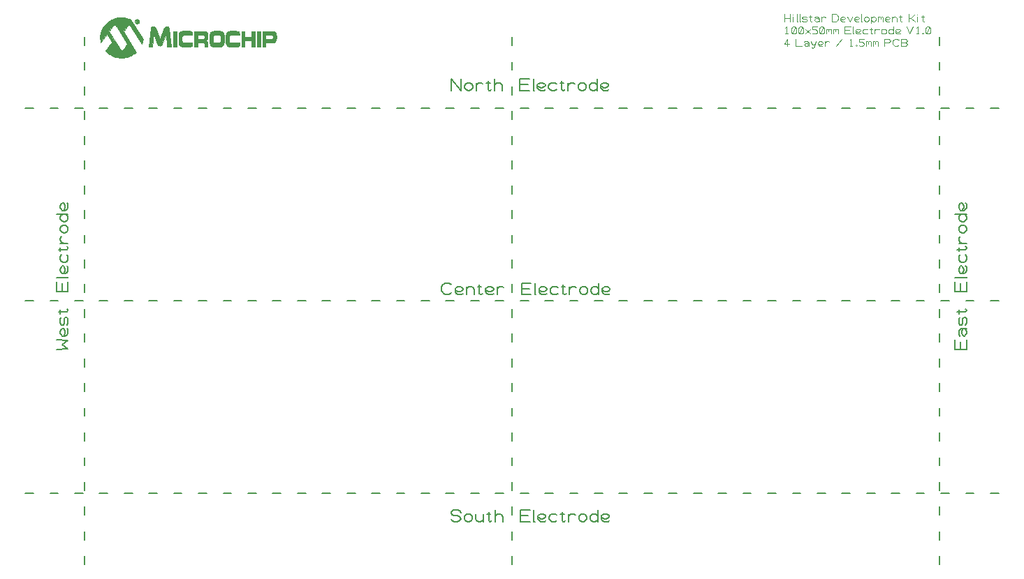
<source format=gbr>
G04 GENERATED BY PULSONIX 7.0 GERBER.DLL 4573*
%INHILLSTAR_100X50_EL_4LAYER_V1_0*%
%LNGERBER_SILKSCREEN_TOP*%
%FSLAX33Y33*%
%IPPOS*%
%LPD*%
%OFA0B0*%
%MOMM*%
%ADD20C,0.200*%
%ADD21C,0.125*%
%ADD24C,0.010*%
X0Y0D02*
D02*
D20*
X68034Y105000D02*
X69034D01*
X71034D02*
X72034D01*
X74034D02*
X75034D01*
X77034D02*
X78034D01*
X80034D02*
X81034D01*
X83034D02*
X84034D01*
X86034D02*
X87034D01*
X89034D02*
X90034D01*
X92034D02*
X93034D01*
X95034D02*
X96034D01*
X98034D02*
X99034D01*
X101034D02*
X102034D01*
X104034D02*
X105034D01*
X107034D02*
X108034D01*
X110034D02*
X111034D01*
X113034D02*
X114034D01*
X116034D02*
X117034D01*
X119034D02*
X120034D01*
X122034D02*
X123034D01*
X125034D02*
X126034D01*
X128034D02*
X129034D01*
X131034D02*
X132034D01*
X134034D02*
X135034D01*
X137034D02*
X138034D01*
X140034D02*
X141034D01*
X143034D02*
X144034D01*
X146034D02*
X147034D01*
X149034D02*
X150034D01*
X152034D02*
X153034D01*
X155034D02*
X156034D01*
X158034D02*
X159034D01*
X161034D02*
X162034D01*
X164034D02*
X165034D01*
X167034D02*
X168034D01*
X170034D02*
X171034D01*
X173034D02*
X174034D01*
X176034D02*
X177034D01*
X179034D02*
X180034D01*
X182034D02*
X183034D01*
X185034D02*
X186034D01*
X68034Y128400D02*
X69034D01*
X71034D02*
X72034D01*
X74034D02*
X75034D01*
X77034D02*
X78034D01*
X80034D02*
X81034D01*
X83034D02*
X84034D01*
X86034D02*
X87034D01*
X89034D02*
X90034D01*
X92034D02*
X93034D01*
X95034D02*
X96034D01*
X98034D02*
X99034D01*
X101034D02*
X102034D01*
X104034D02*
X105034D01*
X107034D02*
X108034D01*
X110034D02*
X111034D01*
X113034D02*
X114034D01*
X116034D02*
X117034D01*
X119034D02*
X120034D01*
X122034D02*
X123034D01*
X125034D02*
X126034D01*
X128034D02*
X129034D01*
X131034D02*
X132034D01*
X134034D02*
X135034D01*
X137034D02*
X138034D01*
X140034D02*
X141034D01*
X143034D02*
X144034D01*
X146034D02*
X147034D01*
X149034D02*
X150034D01*
X152034D02*
X153034D01*
X155034D02*
X156034D01*
X158034D02*
X159034D01*
X161034D02*
X162034D01*
X164034D02*
X165034D01*
X167034D02*
X168034D01*
X170034D02*
X171034D01*
X173034D02*
X174034D01*
X176034D02*
X177034D01*
X179034D02*
X180034D01*
X182034D02*
X183034D01*
X185034D02*
X186034D01*
X68034Y151800D02*
X69034D01*
X71034D02*
X72034D01*
X74034D02*
X75034D01*
X77034D02*
X78034D01*
X80034D02*
X81034D01*
X83034D02*
X84034D01*
X86034D02*
X87034D01*
X89034D02*
X90034D01*
X92034D02*
X93034D01*
X95034D02*
X96034D01*
X98034D02*
X99034D01*
X101034D02*
X102034D01*
X104034D02*
X105034D01*
X107034D02*
X108034D01*
X110034D02*
X111034D01*
X113034D02*
X114034D01*
X116034D02*
X117034D01*
X119034D02*
X120034D01*
X122034D02*
X123034D01*
X125034D02*
X126034D01*
X128034D02*
X129034D01*
X131034D02*
X132034D01*
X134034D02*
X135034D01*
X137034D02*
X138034D01*
X140034D02*
X141034D01*
X143034D02*
X144034D01*
X146034D02*
X147034D01*
X149034D02*
X150034D01*
X152034D02*
X153034D01*
X155034D02*
X156034D01*
X158034D02*
X159034D01*
X161034D02*
X162034D01*
X164034D02*
X165034D01*
X167034D02*
X168034D01*
X170034D02*
X171034D01*
X173034D02*
X174034D01*
X176034D02*
X177034D01*
X179034D02*
X180034D01*
X182034D02*
X183034D01*
X185034D02*
X186034D01*
X71819Y122490D02*
X73231Y122608D01*
X72525Y123078*
X73231Y123549*
X71819Y123666*
X73113Y125051D02*
X73231Y124934D01*
Y124698*
Y124463*
X73113Y124228*
X72878Y124110*
X72525*
X72407Y124228*
X72290Y124463*
Y124698*
X72407Y124934*
X72525Y125051*
X72643*
X72760Y124934*
X72878Y124698*
Y124463*
X72760Y124228*
X72643Y124110*
X73113Y125470D02*
X73231Y125705D01*
Y126176*
X73113Y126411*
X72878*
X72760Y126176*
Y125705*
X72643Y125470*
X72407*
X72290Y125705*
Y126176*
X72407Y126411*
X72290Y126830D02*
X72290Y127301D01*
X72054Y127065D02*
X73113Y127065D01*
X73231Y127183*
Y127301*
X73113Y127418*
X73231Y129550D02*
X71819Y129550D01*
Y130726*
X72525Y130491D02*
X72525Y129550D01*
X73231D02*
X73231Y130726D01*
Y131288D02*
X73231Y131170D01*
X71819*
X73113Y132611D02*
X73231Y132494D01*
Y132258*
Y132023*
X73113Y131788*
X72878Y131670*
X72525*
X72407Y131788*
X72290Y132023*
Y132258*
X72407Y132494*
X72525Y132611*
X72643*
X72760Y132494*
X72878Y132258*
Y132023*
X72760Y131788*
X72643Y131670*
X72407Y133971D02*
X72290Y133736D01*
Y133383*
X72407Y133148*
X72643Y133030*
X72878*
X73113Y133148*
X73231Y133383*
Y133736*
X73113Y133971*
X72290Y134390D02*
X72290Y134861D01*
X72054Y134625D02*
X73113Y134625D01*
X73231Y134743*
Y134861*
X73113Y134978*
X73231Y135390D02*
X72290Y135390D01*
X72643D02*
X72407Y135508D01*
X72290Y135743*
Y135978*
X72407Y136214*
X72878Y136630D02*
X73113Y136748D01*
X73231Y136983*
Y137218*
X73113Y137454*
X72878Y137571*
X72643*
X72407Y137454*
X72290Y137218*
Y136983*
X72407Y136748*
X72643Y136630*
X72878*
X72643Y138931D02*
X72407Y138814D01*
X72290Y138578*
Y138343*
X72407Y138108*
X72643Y137990*
X72878*
X73113Y138108*
X73231Y138343*
Y138578*
X73113Y138814*
X72878Y138931*
X73231D02*
X71819Y138931D01*
X73113Y140291D02*
X73231Y140174D01*
Y139938*
Y139703*
X73113Y139468*
X72878Y139350*
X72525*
X72407Y139468*
X72290Y139703*
Y139938*
X72407Y140174*
X72525Y140291*
X72643*
X72760Y140174*
X72878Y139938*
Y139703*
X72760Y139468*
X72643Y139350*
X75234Y96400D02*
Y97400D01*
Y99400D02*
Y100400D01*
Y102400D02*
Y103400D01*
Y105400D02*
Y106400D01*
Y108400D02*
Y109400D01*
Y111400D02*
Y112400D01*
Y114400D02*
Y115400D01*
Y117400D02*
Y118400D01*
Y120400D02*
Y121400D01*
Y123400D02*
Y124400D01*
Y126400D02*
Y127400D01*
Y129400D02*
Y130400D01*
Y132400D02*
Y133400D01*
Y135400D02*
Y136400D01*
Y138400D02*
Y139400D01*
Y141400D02*
Y142400D01*
Y144400D02*
Y145400D01*
Y147400D02*
Y148400D01*
Y150400D02*
Y151400D01*
Y153400D02*
Y154400D01*
Y156400D02*
Y157400D01*
Y159400D02*
Y160400D01*
X127034Y96400D02*
Y97400D01*
Y99400D02*
Y100400D01*
Y102400D02*
Y103400D01*
Y105400D02*
Y106400D01*
Y108400D02*
Y109400D01*
Y111400D02*
Y112400D01*
Y114400D02*
Y115400D01*
Y117400D02*
Y118400D01*
Y120400D02*
Y121400D01*
Y123400D02*
Y124400D01*
Y126400D02*
Y127400D01*
Y129400D02*
Y130400D01*
Y132400D02*
Y133400D01*
Y135400D02*
Y136400D01*
Y138400D02*
Y139400D01*
Y141400D02*
Y142400D01*
Y144400D02*
Y145400D01*
Y147400D02*
Y148400D01*
Y150400D02*
Y151400D01*
Y153400D02*
Y154400D01*
Y156400D02*
Y157400D01*
Y159400D02*
Y160400D01*
X119700Y129388D02*
X119583Y129271D01*
X119347Y129153*
X118994*
X118759Y129271*
X118641Y129388*
X118524Y129624*
Y130094*
X118641Y130329*
X118759Y130447*
X118994Y130565*
X119347*
X119583Y130447*
X119700Y130329*
X121085Y129271D02*
X120967Y129153D01*
X120732*
X120497*
X120261Y129271*
X120144Y129506*
Y129859*
X120261Y129976*
X120497Y130094*
X120732*
X120967Y129976*
X121085Y129859*
Y129741*
X120967Y129624*
X120732Y129506*
X120497*
X120261Y129624*
X120144Y129741*
X121504Y129153D02*
X121504Y130094D01*
Y129741D02*
X121621Y129976D01*
X121857Y130094*
X122092*
X122327Y129976*
X122445Y129741*
Y129153*
X122864Y130094D02*
X123334Y130094D01*
X123099Y130329D02*
X123099Y129271D01*
X123217Y129153*
X123334*
X123452Y129271*
X124805D02*
X124687Y129153D01*
X124452*
X124217*
X123981Y129271*
X123864Y129506*
Y129859*
X123981Y129976*
X124217Y130094*
X124452*
X124687Y129976*
X124805Y129859*
Y129741*
X124687Y129624*
X124452Y129506*
X124217*
X123981Y129624*
X123864Y129741*
X125224Y129153D02*
X125224Y130094D01*
Y129741D02*
X125341Y129976D01*
X125577Y130094*
X125812*
X126047Y129976*
X128184Y129153D02*
X128184Y130565D01*
X129360*
X129125Y129859D02*
X128184Y129859D01*
Y129153D02*
X129360Y129153D01*
X129921D02*
X129804Y129153D01*
Y130565*
X131245Y129271D02*
X131127Y129153D01*
X130892*
X130657*
X130421Y129271*
X130304Y129506*
Y129859*
X130421Y129976*
X130657Y130094*
X130892*
X131127Y129976*
X131245Y129859*
Y129741*
X131127Y129624*
X130892Y129506*
X130657*
X130421Y129624*
X130304Y129741*
X132605Y129976D02*
X132370Y130094D01*
X132017*
X131781Y129976*
X131664Y129741*
Y129506*
X131781Y129271*
X132017Y129153*
X132370*
X132605Y129271*
X133024Y130094D02*
X133494Y130094D01*
X133259Y130329D02*
X133259Y129271D01*
X133377Y129153*
X133494*
X133612Y129271*
X134024Y129153D02*
X134024Y130094D01*
Y129741D02*
X134141Y129976D01*
X134377Y130094*
X134612*
X134847Y129976*
X135264Y129506D02*
X135381Y129271D01*
X135617Y129153*
X135852*
X136087Y129271*
X136205Y129506*
Y129741*
X136087Y129976*
X135852Y130094*
X135617*
X135381Y129976*
X135264Y129741*
Y129506*
X137565Y129741D02*
X137447Y129976D01*
X137212Y130094*
X136977*
X136741Y129976*
X136624Y129741*
Y129506*
X136741Y129271*
X136977Y129153*
X137212*
X137447Y129271*
X137565Y129506*
Y129153D02*
X137565Y130565D01*
X138925Y129271D02*
X138807Y129153D01*
X138572*
X138337*
X138101Y129271*
X137984Y129506*
Y129859*
X138101Y129976*
X138337Y130094*
X138572*
X138807Y129976*
X138925Y129859*
Y129741*
X138807Y129624*
X138572Y129506*
X138337*
X138101Y129624*
X137984Y129741*
X119644Y101941D02*
X119761Y101706D01*
X119997Y101588*
X120467*
X120703Y101706*
X120820Y101941*
X120703Y102176*
X120467Y102294*
X119997*
X119761Y102411*
X119644Y102647*
X119761Y102882*
X119997Y103000*
X120467*
X120703Y102882*
X120820Y102647*
X121264Y101941D02*
X121381Y101706D01*
X121617Y101588*
X121852*
X122087Y101706*
X122205Y101941*
Y102176*
X122087Y102411*
X121852Y102529*
X121617*
X121381Y102411*
X121264Y102176*
Y101941*
X122624Y102529D02*
X122624Y101941D01*
X122741Y101706*
X122977Y101588*
X123212*
X123447Y101706*
X123565Y101941*
Y102529D02*
X123565Y101588D01*
X123984Y102529D02*
X124454Y102529D01*
X124219Y102764D02*
X124219Y101706D01*
X124337Y101588*
X124454*
X124572Y101706*
X124984Y101588D02*
X124984Y103000D01*
Y102176D02*
X125101Y102411D01*
X125337Y102529*
X125572*
X125807Y102411*
X125925Y102176*
Y101588*
X128064D02*
X128064Y103000D01*
X129240*
X129005Y102294D02*
X128064Y102294D01*
Y101588D02*
X129240Y101588D01*
X129801D02*
X129684Y101588D01*
Y103000*
X131125Y101706D02*
X131007Y101588D01*
X130772*
X130537*
X130301Y101706*
X130184Y101941*
Y102294*
X130301Y102411*
X130537Y102529*
X130772*
X131007Y102411*
X131125Y102294*
Y102176*
X131007Y102059*
X130772Y101941*
X130537*
X130301Y102059*
X130184Y102176*
X132485Y102411D02*
X132250Y102529D01*
X131897*
X131661Y102411*
X131544Y102176*
Y101941*
X131661Y101706*
X131897Y101588*
X132250*
X132485Y101706*
X132904Y102529D02*
X133374Y102529D01*
X133139Y102764D02*
X133139Y101706D01*
X133257Y101588*
X133374*
X133492Y101706*
X133904Y101588D02*
X133904Y102529D01*
Y102176D02*
X134021Y102411D01*
X134257Y102529*
X134492*
X134727Y102411*
X135144Y101941D02*
X135261Y101706D01*
X135497Y101588*
X135732*
X135967Y101706*
X136085Y101941*
Y102176*
X135967Y102411*
X135732Y102529*
X135497*
X135261Y102411*
X135144Y102176*
Y101941*
X137445Y102176D02*
X137327Y102411D01*
X137092Y102529*
X136857*
X136621Y102411*
X136504Y102176*
Y101941*
X136621Y101706*
X136857Y101588*
X137092*
X137327Y101706*
X137445Y101941*
Y101588D02*
X137445Y103000D01*
X138805Y101706D02*
X138687Y101588D01*
X138452*
X138217*
X137981Y101706*
X137864Y101941*
Y102294*
X137981Y102411*
X138217Y102529*
X138452*
X138687Y102411*
X138805Y102294*
Y102176*
X138687Y102059*
X138452Y101941*
X138217*
X137981Y102059*
X137864Y102176*
X119704Y153918D02*
X119704Y155330D01*
X120880Y153918*
Y155330*
X121324Y154271D02*
X121441Y154036D01*
X121677Y153918*
X121912*
X122147Y154036*
X122265Y154271*
Y154506*
X122147Y154741*
X121912Y154859*
X121677*
X121441Y154741*
X121324Y154506*
Y154271*
X122684Y153918D02*
X122684Y154859D01*
Y154506D02*
X122801Y154741D01*
X123037Y154859*
X123272*
X123507Y154741*
X123924Y154859D02*
X124394Y154859D01*
X124159Y155094D02*
X124159Y154036D01*
X124277Y153918*
X124394*
X124512Y154036*
X124924Y153918D02*
X124924Y155330D01*
Y154506D02*
X125041Y154741D01*
X125277Y154859*
X125512*
X125747Y154741*
X125865Y154506*
Y153918*
X128004D02*
X128004Y155330D01*
X129180*
X128945Y154624D02*
X128004Y154624D01*
Y153918D02*
X129180Y153918D01*
X129741D02*
X129624Y153918D01*
Y155330*
X131065Y154036D02*
X130947Y153918D01*
X130712*
X130477*
X130241Y154036*
X130124Y154271*
Y154624*
X130241Y154741*
X130477Y154859*
X130712*
X130947Y154741*
X131065Y154624*
Y154506*
X130947Y154389*
X130712Y154271*
X130477*
X130241Y154389*
X130124Y154506*
X132425Y154741D02*
X132190Y154859D01*
X131837*
X131601Y154741*
X131484Y154506*
Y154271*
X131601Y154036*
X131837Y153918*
X132190*
X132425Y154036*
X132844Y154859D02*
X133314Y154859D01*
X133079Y155094D02*
X133079Y154036D01*
X133197Y153918*
X133314*
X133432Y154036*
X133844Y153918D02*
X133844Y154859D01*
Y154506D02*
X133961Y154741D01*
X134197Y154859*
X134432*
X134667Y154741*
X135084Y154271D02*
X135201Y154036D01*
X135437Y153918*
X135672*
X135907Y154036*
X136025Y154271*
Y154506*
X135907Y154741*
X135672Y154859*
X135437*
X135201Y154741*
X135084Y154506*
Y154271*
X137385Y154506D02*
X137267Y154741D01*
X137032Y154859*
X136797*
X136561Y154741*
X136444Y154506*
Y154271*
X136561Y154036*
X136797Y153918*
X137032*
X137267Y154036*
X137385Y154271*
Y153918D02*
X137385Y155330D01*
X138745Y154036D02*
X138627Y153918D01*
X138392*
X138157*
X137921Y154036*
X137804Y154271*
Y154624*
X137921Y154741*
X138157Y154859*
X138392*
X138627Y154741*
X138745Y154624*
Y154506*
X138627Y154389*
X138392Y154271*
X138157*
X137921Y154389*
X137804Y154506*
X178834Y96400D02*
Y97400D01*
Y99400D02*
Y100400D01*
Y102400D02*
Y103400D01*
Y105400D02*
Y106400D01*
Y108400D02*
Y109400D01*
Y111400D02*
Y112400D01*
Y114400D02*
Y115400D01*
Y117400D02*
Y118400D01*
Y120400D02*
Y121400D01*
Y123400D02*
Y124400D01*
Y126400D02*
Y127400D01*
Y129400D02*
Y130400D01*
Y132400D02*
Y133400D01*
Y135400D02*
Y136400D01*
Y138400D02*
Y139400D01*
Y141400D02*
Y142400D01*
Y144400D02*
Y145400D01*
Y147400D02*
Y148400D01*
Y150400D02*
Y151400D01*
Y153400D02*
Y154400D01*
Y156400D02*
Y157400D01*
Y159400D02*
Y160400D01*
X182131Y122490D02*
X180719Y122490D01*
Y123666*
X181425Y123431D02*
X181425Y122490D01*
X182131D02*
X182131Y123666D01*
X181307Y124110D02*
X181190Y124345D01*
Y124698*
X181307Y124934*
X181543Y125051*
X181895*
X182013Y124934*
X182131Y124698*
Y124463*
X182013Y124228*
X181895Y124110*
X181778*
X181660Y124228*
X181543Y124463*
Y124698*
X181660Y124934*
X181778Y125051*
X181895D02*
X182131Y125051D01*
X182013Y125470D02*
X182131Y125705D01*
Y126176*
X182013Y126411*
X181778*
X181660Y126176*
Y125705*
X181543Y125470*
X181307*
X181190Y125705*
Y126176*
X181307Y126411*
X181190Y126830D02*
X181190Y127301D01*
X180954Y127065D02*
X182013Y127065D01*
X182131Y127183*
Y127301*
X182013Y127418*
X182131Y129550D02*
X180719Y129550D01*
Y130726*
X181425Y130491D02*
X181425Y129550D01*
X182131D02*
X182131Y130726D01*
Y131288D02*
X182131Y131170D01*
X180719*
X182013Y132611D02*
X182131Y132494D01*
Y132258*
Y132023*
X182013Y131788*
X181778Y131670*
X181425*
X181307Y131788*
X181190Y132023*
Y132258*
X181307Y132494*
X181425Y132611*
X181543*
X181660Y132494*
X181778Y132258*
Y132023*
X181660Y131788*
X181543Y131670*
X181307Y133971D02*
X181190Y133736D01*
Y133383*
X181307Y133148*
X181543Y133030*
X181778*
X182013Y133148*
X182131Y133383*
Y133736*
X182013Y133971*
X181190Y134390D02*
X181190Y134861D01*
X180954Y134625D02*
X182013Y134625D01*
X182131Y134743*
Y134861*
X182013Y134978*
X182131Y135390D02*
X181190Y135390D01*
X181543D02*
X181307Y135508D01*
X181190Y135743*
Y135978*
X181307Y136214*
X181778Y136630D02*
X182013Y136748D01*
X182131Y136983*
Y137218*
X182013Y137454*
X181778Y137571*
X181543*
X181307Y137454*
X181190Y137218*
Y136983*
X181307Y136748*
X181543Y136630*
X181778*
X181543Y138931D02*
X181307Y138814D01*
X181190Y138578*
Y138343*
X181307Y138108*
X181543Y137990*
X181778*
X182013Y138108*
X182131Y138343*
Y138578*
X182013Y138814*
X181778Y138931*
X182131D02*
X180719Y138931D01*
X182013Y140291D02*
X182131Y140174D01*
Y139938*
Y139703*
X182013Y139468*
X181778Y139350*
X181425*
X181307Y139468*
X181190Y139703*
Y139938*
X181307Y140174*
X181425Y140291*
X181543*
X181660Y140174*
X181778Y139938*
Y139703*
X181660Y139468*
X181543Y139350*
D02*
D21*
X160034Y162296D02*
X160034Y163178D01*
Y162737D02*
X160769Y162737D01*
Y162296D02*
X160769Y163178D01*
X161046Y162296D02*
X161046Y162884D01*
Y163104D02*
X161047Y163105D01*
X161657Y162296D02*
X161584Y162296D01*
Y163178*
X161970Y162296D02*
X161896Y162296D01*
Y163178*
X162209Y162369D02*
X162356Y162296D01*
X162650*
X162797Y162369*
Y162516*
X162650Y162590*
X162356*
X162209Y162663*
Y162810*
X162356Y162884*
X162650*
X162797Y162810*
X163059Y162884D02*
X163353Y162884D01*
X163206Y163031D02*
X163206Y162369D01*
X163279Y162296*
X163353*
X163426Y162369*
X163684Y162810D02*
X163831Y162884D01*
X164051*
X164198Y162810*
X164272Y162663*
Y162443*
X164198Y162369*
X164051Y162296*
X163904*
X163757Y162369*
X163684Y162443*
Y162516*
X163757Y162590*
X163904Y162663*
X164051*
X164198Y162590*
X164272Y162516*
Y162443D02*
X164272Y162296D01*
X164534D02*
X164534Y162884D01*
Y162663D02*
X164607Y162810D01*
X164754Y162884*
X164901*
X165048Y162810*
X165846Y162296D02*
X165846Y163178D01*
X166287*
X166434Y163104*
X166508Y163031*
X166582Y162884*
Y162590*
X166508Y162443*
X166434Y162369*
X166287Y162296*
X165846*
X167447Y162369D02*
X167373Y162296D01*
X167226*
X167079*
X166932Y162369*
X166859Y162516*
Y162737*
X166932Y162810*
X167079Y162884*
X167226*
X167373Y162810*
X167447Y162737*
Y162663*
X167373Y162590*
X167226Y162516*
X167079*
X166932Y162590*
X166859Y162663*
X167709Y162884D02*
X168003Y162296D01*
X168297Y162884*
X169147Y162369D02*
X169073Y162296D01*
X168926*
X168779*
X168632Y162369*
X168559Y162516*
Y162737*
X168632Y162810*
X168779Y162884*
X168926*
X169073Y162810*
X169147Y162737*
Y162663*
X169073Y162590*
X168926Y162516*
X168779*
X168632Y162590*
X168559Y162663*
X169482Y162296D02*
X169409Y162296D01*
Y163178*
X169721Y162516D02*
X169795Y162369D01*
X169942Y162296*
X170089*
X170236Y162369*
X170309Y162516*
Y162663*
X170236Y162810*
X170089Y162884*
X169942*
X169795Y162810*
X169721Y162663*
Y162516*
X170571Y162884D02*
X170571Y162075D01*
Y162516D02*
X170645Y162369D01*
X170792Y162296*
X170939*
X171086Y162369*
X171159Y162516*
Y162663*
X171086Y162810*
X170939Y162884*
X170792*
X170645Y162810*
X170571Y162663*
Y162516*
X171421Y162296D02*
X171421Y162884D01*
Y162810D02*
X171495Y162884D01*
X171642*
X171715Y162810*
Y162590*
Y162810D02*
X171789Y162884D01*
X171936*
X172009Y162810*
Y162296*
X172859Y162369D02*
X172786Y162296D01*
X172639*
X172492*
X172345Y162369*
X172271Y162516*
Y162737*
X172345Y162810*
X172492Y162884*
X172639*
X172786Y162810*
X172859Y162737*
Y162663*
X172786Y162590*
X172639Y162516*
X172492*
X172345Y162590*
X172271Y162663*
X173121Y162296D02*
X173121Y162884D01*
Y162663D02*
X173195Y162810D01*
X173342Y162884*
X173489*
X173636Y162810*
X173709Y162663*
Y162296*
X173971Y162884D02*
X174265Y162884D01*
X174118Y163031D02*
X174118Y162369D01*
X174192Y162296*
X174265*
X174339Y162369*
X175134Y162296D02*
X175134Y163178D01*
Y162737D02*
X175354Y162737D01*
X175869Y163178*
X175354Y162737D02*
X175869Y162296D01*
X176146D02*
X176146Y162884D01*
Y163104D02*
X176147Y163105D01*
X176684Y162884D02*
X176978Y162884D01*
X176831Y163031D02*
X176831Y162369D01*
X176904Y162296*
X176978*
X177051Y162369*
X160181Y160796D02*
X160475Y160796D01*
X160328D02*
X160328Y161678D01*
X160181Y161531*
X160957Y160869D02*
X161104Y160796D01*
X161251*
X161398Y160869*
X161472Y161016*
Y161457*
X161398Y161604*
X161251Y161678*
X161104*
X160957Y161604*
X160884Y161457*
Y161016*
X160957Y160869*
X161398Y161604*
X161807Y160869D02*
X161954Y160796D01*
X162101*
X162248Y160869*
X162322Y161016*
Y161457*
X162248Y161604*
X162101Y161678*
X161954*
X161807Y161604*
X161734Y161457*
Y161016*
X161807Y160869*
X162248Y161604*
X162584Y160796D02*
X163172Y161384D01*
Y160796D02*
X162584Y161384D01*
X163434Y160869D02*
X163581Y160796D01*
X163801*
X163948Y160869*
X164022Y161016*
Y161090*
X163948Y161237*
X163801Y161310*
X163434*
Y161678*
X164022*
X164357Y160869D02*
X164504Y160796D01*
X164651*
X164798Y160869*
X164872Y161016*
Y161457*
X164798Y161604*
X164651Y161678*
X164504*
X164357Y161604*
X164284Y161457*
Y161016*
X164357Y160869*
X164798Y161604*
X165134Y160796D02*
X165134Y161384D01*
Y161310D02*
X165207Y161384D01*
X165354*
X165428Y161310*
Y161090*
Y161310D02*
X165501Y161384D01*
X165648*
X165722Y161310*
Y160796*
X165984D02*
X165984Y161384D01*
Y161310D02*
X166057Y161384D01*
X166204*
X166278Y161310*
Y161090*
Y161310D02*
X166351Y161384D01*
X166498*
X166572Y161310*
Y160796*
X167371D02*
X167371Y161678D01*
X168107*
X167959Y161237D02*
X167371Y161237D01*
Y160796D02*
X168107Y160796D01*
X168457D02*
X168384Y160796D01*
Y161678*
X169284Y160869D02*
X169211Y160796D01*
X169064*
X168917*
X168770Y160869*
X168696Y161016*
Y161237*
X168770Y161310*
X168917Y161384*
X169064*
X169211Y161310*
X169284Y161237*
Y161163*
X169211Y161090*
X169064Y161016*
X168917*
X168770Y161090*
X168696Y161163*
X170134Y161310D02*
X169987Y161384D01*
X169767*
X169620Y161310*
X169546Y161163*
Y161016*
X169620Y160869*
X169767Y160796*
X169987*
X170134Y160869*
X170396Y161384D02*
X170690Y161384D01*
X170543Y161531D02*
X170543Y160869D01*
X170617Y160796*
X170690*
X170764Y160869*
X171021Y160796D02*
X171021Y161384D01*
Y161163D02*
X171095Y161310D01*
X171242Y161384*
X171389*
X171536Y161310*
X171796Y161016D02*
X171870Y160869D01*
X172017Y160796*
X172164*
X172311Y160869*
X172384Y161016*
Y161163*
X172311Y161310*
X172164Y161384*
X172017*
X171870Y161310*
X171796Y161163*
Y161016*
X173234Y161163D02*
X173161Y161310D01*
X173014Y161384*
X172867*
X172720Y161310*
X172646Y161163*
Y161016*
X172720Y160869*
X172867Y160796*
X173014*
X173161Y160869*
X173234Y161016*
Y160796D02*
X173234Y161678D01*
X174084Y160869D02*
X174011Y160796D01*
X173864*
X173717*
X173570Y160869*
X173496Y161016*
Y161237*
X173570Y161310*
X173717Y161384*
X173864*
X174011Y161310*
X174084Y161237*
Y161163*
X174011Y161090*
X173864Y161016*
X173717*
X173570Y161090*
X173496Y161163*
X174884Y161678D02*
X175251Y160796D01*
X175619Y161678*
X176043Y160796D02*
X176337Y160796D01*
X176190D02*
X176190Y161678D01*
X176043Y161531*
X176820Y160796D02*
X176893Y160869D01*
X176820Y160943*
X176746Y160869*
X176820Y160796*
X177207Y160869D02*
X177354Y160796D01*
X177501*
X177648Y160869*
X177722Y161016*
Y161457*
X177648Y161604*
X177501Y161678*
X177354*
X177207Y161604*
X177134Y161457*
Y161016*
X177207Y160869*
X177648Y161604*
X160401Y159296D02*
X160401Y160178D01*
X160034Y159590*
X160622*
X161421Y160178D02*
X161421Y159296D01*
X162157*
X162434Y159810D02*
X162581Y159884D01*
X162801*
X162948Y159810*
X163022Y159663*
Y159443*
X162948Y159369*
X162801Y159296*
X162654*
X162507Y159369*
X162434Y159443*
Y159516*
X162507Y159590*
X162654Y159663*
X162801*
X162948Y159590*
X163022Y159516*
Y159443D02*
X163022Y159296D01*
X163284Y159884D02*
X163357Y159590D01*
X163504Y159443*
X163651*
X163798Y159590*
X163872Y159884*
X163798Y159590D02*
X163725Y159296D01*
X163651Y159149*
X163504Y159075*
X163357Y159149*
X164722Y159369D02*
X164648Y159296D01*
X164501*
X164354*
X164207Y159369*
X164134Y159516*
Y159737*
X164207Y159810*
X164354Y159884*
X164501*
X164648Y159810*
X164722Y159737*
Y159663*
X164648Y159590*
X164501Y159516*
X164354*
X164207Y159590*
X164134Y159663*
X164984Y159296D02*
X164984Y159884D01*
Y159663D02*
X165057Y159810D01*
X165204Y159884*
X165351*
X165498Y159810*
X166296Y159296D02*
X167032Y160178D01*
X167993Y159296D02*
X168287Y159296D01*
X168140D02*
X168140Y160178D01*
X167993Y160031*
X168770Y159296D02*
X168843Y159369D01*
X168770Y159443*
X168696Y159369*
X168770Y159296*
X169084Y159369D02*
X169231Y159296D01*
X169451*
X169598Y159369*
X169672Y159516*
Y159590*
X169598Y159737*
X169451Y159810*
X169084*
Y160178*
X169672*
X169934Y159296D02*
X169934Y159884D01*
Y159810D02*
X170007Y159884D01*
X170154*
X170228Y159810*
Y159590*
Y159810D02*
X170301Y159884D01*
X170448*
X170522Y159810*
Y159296*
X170784D02*
X170784Y159884D01*
Y159810D02*
X170857Y159884D01*
X171004*
X171078Y159810*
Y159590*
Y159810D02*
X171151Y159884D01*
X171298*
X171372Y159810*
Y159296*
X172171D02*
X172171Y160178D01*
X172686*
X172833Y160104*
X172907Y159957*
X172833Y159810*
X172686Y159737*
X172171*
X173919Y159443D02*
X173845Y159369D01*
X173698Y159296*
X173478*
X173331Y159369*
X173257Y159443*
X173184Y159590*
Y159884*
X173257Y160031*
X173331Y160104*
X173478Y160178*
X173698*
X173845Y160104*
X173919Y160031*
X174711Y159737D02*
X174858Y159663D01*
X174932Y159516*
X174858Y159369*
X174711Y159296*
X174196*
Y160178*
X174711*
X174858Y160104*
X174932Y159957*
X174858Y159810*
X174711Y159737*
X174196*
D02*
D24*
X81623Y162533D02*
G75*
G03Y161967J-283D01*
G01*
G75*
G03Y162533J283*
G01*
X81622Y162486D02*
G75*
G03Y162014J-236D01*
G01*
G75*
G03Y162486J236*
G01*
X81340Y162250D02*
G36*
G75*
G03X81623Y161967I283D01*
G01*
G75*
G03X81906Y162250J283*
G01*
X81858*
G75*
G02X81622Y162014I-236*
G01*
G75*
G02X81386Y162250J236*
G01*
X81340*
G37*
X81386D02*
G36*
G75*
G02X81622Y162486I236D01*
G01*
G75*
G02X81858Y162250J-236*
G01*
X81906*
G75*
G03X81623Y162533I-283*
G01*
G75*
G03X81340Y162250J-283*
G01*
X81386*
G37*
X81755Y162095D02*
X81665Y162235D01*
X81705Y162245*
X81730Y162260*
X81745Y162290*
X81750Y162325*
X81745Y162360*
X81725Y162390*
X81690Y162405*
X81640Y162410*
X81515*
Y162095*
X81560*
Y162230*
X81620*
X81700Y162095*
X81755*
X81695Y162325D02*
X81690Y162305D01*
X81675Y162290*
X81655Y162275*
X81620Y162270*
X81560*
Y162375*
X81630*
X81660Y162370*
X81680Y162360*
X81695Y162345*
Y162325*
X81515Y162323D02*
G36*
Y162095D01*
X81560*
Y162230*
X81620*
X81700Y162095*
X81755*
X81665Y162235*
X81705Y162245*
X81730Y162260*
X81745Y162290*
X81749Y162323*
X81694*
X81690Y162305*
X81675Y162290*
X81655Y162275*
X81620Y162270*
X81560*
Y162323*
X81515*
G37*
X81560D02*
G36*
Y162375D01*
X81630*
X81660Y162370*
X81680Y162360*
X81695Y162345*
Y162325*
X81694Y162323*
X81749*
X81750Y162325*
X81745Y162360*
X81725Y162390*
X81690Y162405*
X81640Y162410*
X81515*
Y162323*
X81560*
G37*
X82305Y160140D02*
X82295Y160050D01*
X82285Y159970*
X82270Y159905*
X82260Y159855*
X82245Y159805*
X82225Y159740*
X82200Y159660*
X82170Y159565*
X80835Y161665*
X80805Y161705*
X80775Y161740*
X80745Y161770*
X80715Y161795*
X80655Y161825*
X80620Y161830*
X80590Y161835*
X80530Y161820*
X80475Y161790*
X80420Y161745*
X80365Y161675*
X79925Y161055*
X81490Y158575*
X81290Y158415*
X81185Y158340*
X80975Y158210*
X80865Y158155*
X80755Y158105*
X80525Y158015*
X80405Y157980*
X80285Y157950*
X80165Y157930*
X80040Y157910*
X79915Y157895*
X79655Y157885*
X79520Y157890*
X79390Y157895*
X79260Y157915*
X79135Y157935*
X79010Y157960*
X78890Y157995*
X78770Y158035*
X78650Y158085*
X78535Y158135*
X78425Y158195*
X78315Y158260*
X78205Y158330*
X78100Y158410*
X77995Y158495*
X77895Y158585*
X77795Y158680*
X78475Y159615*
X78495Y159655*
X78510Y159695*
X78520Y159785*
X78510Y159815*
X78495Y159855*
X78470Y159900*
X78440Y159955*
X77940Y160740*
X77205Y159705*
X77165Y159865*
X77135Y160030*
X77120Y160205*
X77115Y160380*
X77125Y160620*
X77140Y160735*
X77160Y160850*
X77185Y160960*
X77215Y161070*
X77255Y161180*
X77295Y161285*
X77345Y161385*
X77395Y161490*
X77455Y161585*
X77520Y161685*
X77590Y161780*
X77665Y161870*
X77835Y162050*
X77935Y162140*
X78035Y162225*
X78135Y162300*
X78240Y162375*
X78350Y162440*
X78465Y162500*
X78575Y162555*
X78695Y162605*
X78815Y162650*
X78940Y162685*
X79065Y162715*
X79195Y162745*
X79325Y162765*
X79460Y162780*
X79740Y162790*
X79860Y162785*
X79985Y162775*
X80110Y162755*
X80240Y162730*
X80370Y162695*
X80505Y162655*
X80640Y162605*
X80775Y162550*
X82305Y160140*
X80400Y159589D02*
X79080Y161674D01*
X79055Y161714*
X79025Y161749*
X79000Y161779*
X78940Y161819*
X78905Y161834*
X78875Y161839*
X78840Y161844*
X78785Y161834*
X78725Y161804*
X78670Y161754*
X78610Y161684*
X78170Y161064*
X79500Y158979*
X79530Y158934*
X79560Y158894*
X79585Y158859*
X79610Y158834*
X79635Y158814*
X79660Y158799*
X79685Y158789*
X79705Y158784*
X79775Y158794*
X79835Y158819*
X79890Y158864*
X79940Y158924*
X80400Y159589*
X78211Y160314D02*
G36*
X78440Y159955D01*
X78470Y159900*
X78495Y159855*
X78510Y159815*
X78520Y159785*
X78510Y159695*
X78495Y159655*
X78475Y159615*
X77795Y158680*
X77895Y158585*
X77995Y158495*
X78100Y158410*
X78205Y158330*
X78315Y158260*
X78425Y158195*
X78535Y158135*
X78650Y158085*
X78770Y158035*
X78890Y157995*
X79010Y157960*
X79135Y157935*
X79260Y157915*
X79390Y157895*
X79520Y157890*
X79655Y157885*
X79915Y157895*
X80040Y157910*
X80165Y157930*
X80285Y157950*
X80405Y157980*
X80525Y158015*
X80755Y158105*
X80865Y158155*
X80975Y158210*
X81185Y158340*
X81290Y158415*
X81490Y158575*
X80392Y160314*
X79941*
X80400Y159589*
X79940Y158924*
X79890Y158864*
X79835Y158819*
X79775Y158794*
X79705Y158784*
X79685Y158789*
X79660Y158799*
X79635Y158814*
X79610Y158834*
X79585Y158859*
X79560Y158894*
X79530Y158934*
X79500Y158979*
X78649Y160314*
X78211*
G37*
X78649D02*
G36*
X78170Y161064D01*
X78610Y161684*
X78670Y161754*
X78725Y161804*
X78785Y161834*
X78840Y161844*
X78875Y161839*
X78905Y161834*
X78940Y161819*
X79000Y161779*
X79025Y161749*
X79055Y161714*
X79080Y161674*
X79941Y160314*
X80392*
X79925Y161055*
X80365Y161675*
X80420Y161745*
X80475Y161790*
X80530Y161820*
X80590Y161835*
X80620Y161830*
X80655Y161825*
X80715Y161795*
X80745Y161770*
X80775Y161740*
X80805Y161705*
X80835Y161665*
X82170Y159565*
X82200Y159660*
X82225Y159740*
X82245Y159805*
X82260Y159855*
X82270Y159905*
X82285Y159970*
X82295Y160050*
X82305Y160140*
X80775Y162550*
X80640Y162605*
X80505Y162655*
X80370Y162695*
X80240Y162730*
X80110Y162755*
X79985Y162775*
X79860Y162785*
X79740Y162790*
X79460Y162780*
X79325Y162765*
X79195Y162745*
X79065Y162715*
X78940Y162685*
X78815Y162650*
X78695Y162605*
X78575Y162555*
X78465Y162500*
X78350Y162440*
X78240Y162375*
X78135Y162300*
X78035Y162225*
X77935Y162140*
X77835Y162050*
X77665Y161870*
X77590Y161780*
X77520Y161685*
X77455Y161585*
X77395Y161490*
X77345Y161385*
X77295Y161285*
X77255Y161180*
X77215Y161070*
X77185Y160960*
X77160Y160850*
X77140Y160735*
X77125Y160620*
X77115Y160380*
X77120Y160205*
X77135Y160030*
X77165Y159865*
X77205Y159705*
X77940Y160740*
X78211Y160314*
X78649*
G37*
X85710Y159250D02*
X85255D01*
X85125Y160820*
X85120*
X84640Y159565*
X84615Y159515*
X84590Y159475*
X84560Y159435*
X84525Y159405*
X84490Y159380*
X84450Y159365*
X84405Y159355*
X84355Y159350*
X84305Y159355*
X84260Y159365*
X84220Y159380*
X84185Y159405*
X84150Y159435*
X84120Y159475*
X84095Y159515*
X84070Y159565*
X83600Y160800*
X83595*
X83460Y159250*
X82995*
X83230Y161455*
X83240Y161505*
X83260Y161550*
X83285Y161595*
X83315Y161635*
X83355Y161675*
X83395Y161700*
X83440Y161715*
X83485Y161720*
X83545Y161715*
X83595Y161705*
X83645Y161685*
X83690Y161660*
X83730Y161625*
X83765Y161580*
X83795Y161535*
X83820Y161475*
X84355Y160135*
X84360*
X84890Y161475*
X84915Y161535*
X84985Y161625*
X85025Y161660*
X85065Y161685*
X85115Y161705*
X85165Y161715*
X85225Y161720*
X85270Y161715*
X85315Y161700*
X85355Y161670*
X85395Y161635*
X85425Y161590*
X85450Y161540*
X85470Y161490*
X85480Y161430*
X85710Y159250*
G36*
X85255*
X85125Y160820*
X85120*
X84640Y159565*
X84615Y159515*
X84590Y159475*
X84560Y159435*
X84525Y159405*
X84490Y159380*
X84450Y159365*
X84405Y159355*
X84355Y159350*
X84305Y159355*
X84260Y159365*
X84220Y159380*
X84185Y159405*
X84150Y159435*
X84120Y159475*
X84095Y159515*
X84070Y159565*
X83600Y160800*
X83595*
X83460Y159250*
X82995*
X83230Y161455*
X83240Y161505*
X83260Y161550*
X83285Y161595*
X83315Y161635*
X83355Y161675*
X83395Y161700*
X83440Y161715*
X83485Y161720*
X83545Y161715*
X83595Y161705*
X83645Y161685*
X83690Y161660*
X83730Y161625*
X83765Y161580*
X83795Y161535*
X83820Y161475*
X84355Y160135*
X84360*
X84890Y161475*
X84915Y161535*
X84985Y161625*
X85025Y161660*
X85065Y161685*
X85115Y161705*
X85165Y161715*
X85225Y161720*
X85270Y161715*
X85315Y161700*
X85355Y161670*
X85395Y161635*
X85425Y161590*
X85450Y161540*
X85470Y161490*
X85480Y161430*
X85710Y159250*
G37*
X86380D02*
X85955D01*
Y161115*
X86380*
Y159250*
G36*
X85955*
Y161115*
X86380*
Y159250*
G37*
X88280Y159710D02*
Y159640D01*
X88275Y159580*
X88270Y159525*
X88265Y159475*
X88260Y159435*
X88250Y159400*
X88240Y159370*
X88225Y159345*
X88205Y159320*
X88175Y159295*
X88145Y159275*
X88105Y159260*
X88060Y159245*
X88010Y159235*
X87950Y159230*
X87180*
X87055Y159235*
X86950Y159255*
X86865Y159290*
X86795Y159335*
X86755Y159380*
X86720Y159430*
X86690Y159490*
X86665Y159555*
X86645Y159630*
X86630Y159715*
X86625Y159805*
X86620Y159905*
Y160460*
X86625Y160550*
X86630Y160635*
X86640Y160715*
X86655Y160785*
X86675Y160845*
X86695Y160900*
X86725Y160950*
X86755Y160990*
X86790Y161025*
X86830Y161055*
X86875Y161080*
X86925Y161100*
X86985Y161115*
X87045Y161125*
X87110Y161135*
X87995*
X88045Y161130*
X88090Y161120*
X88130Y161100*
X88165Y161080*
X88195Y161055*
X88215Y161025*
X88235Y160990*
X88245Y160950*
X88255Y160895*
X88260Y160825*
X88265Y160745*
Y160645*
X87260*
X87185Y160640*
X87130Y160620*
X87085Y160585*
X87055Y160535*
X87040Y160490*
X87030Y160435*
X87025Y160365*
Y160020*
X87030Y159960*
X87035Y159910*
X87040Y159865*
X87050Y159830*
X87065Y159800*
X87080Y159775*
X87095Y159755*
X87125Y159735*
X87160Y159720*
X87200Y159710*
X88280*
G36*
Y159640*
X88275Y159580*
X88270Y159525*
X88265Y159475*
X88260Y159435*
X88250Y159400*
X88240Y159370*
X88225Y159345*
X88205Y159320*
X88175Y159295*
X88145Y159275*
X88105Y159260*
X88060Y159245*
X88010Y159235*
X87950Y159230*
X87180*
X87055Y159235*
X86950Y159255*
X86865Y159290*
X86795Y159335*
X86755Y159380*
X86720Y159430*
X86690Y159490*
X86665Y159555*
X86645Y159630*
X86630Y159715*
X86625Y159805*
X86620Y159905*
Y160460*
X86625Y160550*
X86630Y160635*
X86640Y160715*
X86655Y160785*
X86675Y160845*
X86695Y160900*
X86725Y160950*
X86755Y160990*
X86790Y161025*
X86830Y161055*
X86875Y161080*
X86925Y161100*
X86985Y161115*
X87045Y161125*
X87110Y161135*
X87995*
X88045Y161130*
X88090Y161120*
X88130Y161100*
X88165Y161080*
X88195Y161055*
X88215Y161025*
X88235Y160990*
X88245Y160950*
X88255Y160895*
X88260Y160825*
X88265Y160745*
Y160645*
X87260*
X87185Y160640*
X87130Y160620*
X87085Y160585*
X87055Y160535*
X87040Y160490*
X87030Y160435*
X87025Y160365*
Y160020*
X87030Y159960*
X87035Y159910*
X87040Y159865*
X87050Y159830*
X87065Y159800*
X87080Y159775*
X87095Y159755*
X87125Y159735*
X87160Y159720*
X87200Y159710*
X88280*
G37*
X89765Y160345D02*
Y160455D01*
X89760Y160515*
X89750Y160565*
X89735Y160600*
X89710Y160625*
X89690Y160635*
X89665Y160645*
X89630Y160650*
X88905*
Y160200*
X89655*
X89685Y160210*
X89710Y160225*
X89730Y160240*
X89745Y160265*
X89755Y160300*
X89765Y160345*
X90150Y160445D02*
X90145Y160355D01*
X90140Y160275*
X90125Y160205*
X90110Y160150*
X90080Y160095*
X90040Y160050*
X89990Y160010*
X89925Y159985*
Y159980*
X89980Y159960*
X90020Y159930*
X90060Y159895*
X90090Y159845*
X90115Y159790*
X90130Y159725*
X90140Y159650*
X90145Y159565*
Y159250*
X89750*
Y159535*
X89745Y159580*
X89740Y159620*
X89730Y159650*
X89710Y159685*
X89680Y159715*
X89640Y159730*
X89590Y159735*
X88905*
Y159250*
X88515*
Y161115*
X89765*
X89855Y161110*
X89935Y161085*
X90000Y161045*
X90055Y160990*
X90075Y160955*
X90095Y160915*
X90110Y160870*
X90125Y160820*
X90135Y160765*
X90145Y160635*
X90150Y160565*
Y160445*
X89764Y160345D02*
Y160455D01*
X89759Y160515*
X89749Y160565*
X89734Y160600*
X89709Y160625*
X89689Y160635*
X89664Y160645*
X89629Y160650*
X88904*
Y160200*
X89654*
X89684Y160210*
X89709Y160225*
X89729Y160240*
X89744Y160265*
X89754Y160300*
X89764Y160345*
X88515Y160425D02*
G36*
Y159250D01*
X88905*
Y159735*
X89590*
X89640Y159730*
X89680Y159715*
X89710Y159685*
X89730Y159650*
X89740Y159620*
X89745Y159580*
X89750Y159535*
Y159250*
X90145*
Y159565*
X90140Y159650*
X90130Y159725*
X90115Y159790*
X90090Y159845*
X90060Y159895*
X90020Y159930*
X89980Y159960*
X89925Y159980*
Y159985*
X89990Y160010*
X90040Y160050*
X90080Y160095*
X90110Y160150*
X90125Y160205*
X90140Y160275*
X90145Y160355*
X90148Y160425*
X89764*
Y160345*
X89754Y160300*
X89744Y160265*
X89729Y160240*
X89709Y160225*
X89684Y160210*
X89654Y160200*
X88904*
Y160425*
X88515*
G37*
X88904D02*
G36*
Y160650D01*
X89629*
X89664Y160645*
X89689Y160635*
X89709Y160625*
X89734Y160600*
X89749Y160565*
X89759Y160515*
X89764Y160455*
Y160425*
X90148*
X90150Y160445*
Y160565*
X90145Y160635*
X90135Y160765*
X90125Y160820*
X90110Y160870*
X90095Y160915*
X90075Y160955*
X90055Y160990*
X90000Y161045*
X89935Y161085*
X89855Y161110*
X89765Y161115*
X88515*
Y160425*
X88904*
G37*
X92130Y160545D02*
Y159815D01*
X92120Y159730*
X92110Y159650*
X92095Y159580*
X92070Y159515*
X92045Y159455*
X92015Y159405*
X91985Y159360*
X91910Y159305*
X91815Y159260*
X91705Y159235*
X91570Y159230*
X90865*
X90795Y159240*
X90730Y159255*
X90670Y159275*
X90615Y159300*
X90565Y159330*
X90525Y159370*
X90490Y159410*
X90465Y159450*
X90425Y159550*
X90410Y159610*
X90400Y159675*
X90390Y159745*
X90385Y159825*
Y160570*
X90395Y160670*
X90415Y160760*
X90435Y160840*
X90465Y160910*
X90500Y160970*
X90545Y161020*
X90595Y161060*
X90660Y161090*
X90740Y161115*
X90835Y161130*
X90945Y161135*
X91645*
X91720Y161125*
X91785Y161110*
X91840Y161090*
X91895Y161065*
X91940Y161035*
X91980Y161000*
X92015Y160955*
X92045Y160915*
X92085Y160815*
X92100Y160755*
X92115Y160690*
X92125Y160620*
X92130Y160545*
X91729Y160079D02*
Y160284D01*
X91724Y160379*
X91714Y160459*
X91694Y160524*
X91669Y160574*
X91634Y160609*
X91594Y160634*
X91539Y160649*
X91479Y160654*
X91024*
X90954Y160649*
X90894Y160624*
X90849Y160589*
X90814Y160539*
X90799Y160494*
X90789Y160434*
X90784Y160364*
X90779Y160284*
Y160024*
X90784Y159969*
X90789Y159919*
X90794Y159879*
X90804Y159839*
X90814Y159809*
X90829Y159784*
X90844Y159764*
X90874Y159739*
X90909Y159724*
X90954Y159714*
X91004Y159709*
X91504*
X91574Y159714*
X91629Y159739*
X91674Y159779*
X91704Y159829*
X91714Y159869*
X91719Y159924*
X91724Y159994*
X91729Y160079*
X90385Y160182D02*
G36*
Y159825D01*
X90390Y159745*
X90400Y159675*
X90410Y159610*
X90425Y159550*
X90465Y159450*
X90490Y159410*
X90525Y159370*
X90565Y159330*
X90615Y159300*
X90670Y159275*
X90730Y159255*
X90795Y159240*
X90865Y159230*
X91570*
X91705Y159235*
X91815Y159260*
X91910Y159305*
X91985Y159360*
X92015Y159405*
X92045Y159455*
X92070Y159515*
X92095Y159580*
X92110Y159650*
X92120Y159730*
X92130Y159815*
Y160182*
X91729*
Y160079*
X91724Y159994*
X91719Y159924*
X91714Y159869*
X91704Y159829*
X91674Y159779*
X91629Y159739*
X91574Y159714*
X91504Y159709*
X91004*
X90954Y159714*
X90909Y159724*
X90874Y159739*
X90844Y159764*
X90829Y159784*
X90814Y159809*
X90804Y159839*
X90794Y159879*
X90789Y159919*
X90784Y159969*
X90779Y160024*
Y160182*
X90385*
G37*
X90779D02*
G36*
Y160284D01*
X90784Y160364*
X90789Y160434*
X90799Y160494*
X90814Y160539*
X90849Y160589*
X90894Y160624*
X90954Y160649*
X91024Y160654*
X91479*
X91539Y160649*
X91594Y160634*
X91634Y160609*
X91669Y160574*
X91694Y160524*
X91714Y160459*
X91724Y160379*
X91729Y160284*
Y160182*
X92130*
Y160545*
X92125Y160620*
X92115Y160690*
X92100Y160755*
X92085Y160815*
X92045Y160915*
X92015Y160955*
X91980Y161000*
X91940Y161035*
X91895Y161065*
X91840Y161090*
X91785Y161110*
X91720Y161125*
X91645Y161135*
X90945*
X90835Y161130*
X90740Y161115*
X90660Y161090*
X90595Y161060*
X90545Y161020*
X90500Y160970*
X90465Y160910*
X90435Y160840*
X90415Y160760*
X90395Y160670*
X90385Y160570*
Y160182*
X90779*
G37*
X94005Y159705D02*
Y159640D01*
X94000Y159580*
X93995Y159525*
X93990Y159475*
X93985Y159435*
X93975Y159400*
X93960Y159370*
X93950Y159345*
X93930Y159320*
X93900Y159295*
X93865Y159270*
X93825Y159255*
X93780Y159240*
X93730Y159230*
X93670Y159225*
X92825*
X92755Y159235*
X92690Y159250*
X92630Y159270*
X92575Y159295*
X92530Y159325*
X92490Y159365*
X92455Y159405*
X92425Y159445*
X92385Y159545*
X92370Y159605*
X92355Y159670*
X92350Y159740*
X92340Y159900*
Y160460*
X92345Y160545*
X92350Y160620*
X92355Y160690*
X92370Y160755*
X92385Y160815*
X92425Y160915*
X92455Y160955*
X92490Y161000*
X92530Y161035*
X92575Y161065*
X92630Y161090*
X92690Y161110*
X92755Y161125*
X92825Y161135*
X93560*
X93645Y161130*
X93715Y161125*
X93775Y161115*
X93820Y161110*
X93855Y161100*
X93880Y161090*
X93905Y161065*
X93930Y161035*
X93945Y160990*
X93960Y160940*
X93970Y160880*
X93980Y160810*
X93985Y160730*
Y160640*
X92980Y160645*
X92910Y160640*
X92850Y160615*
X92810Y160580*
X92775Y160530*
X92760Y160485*
X92750Y160435*
X92745Y160365*
Y159980*
X92755Y159895*
X92770Y159830*
X92790Y159785*
X92820Y159750*
X92860Y159725*
X92910Y159710*
X92970Y159705*
X94005*
G36*
Y159640*
X94000Y159580*
X93995Y159525*
X93990Y159475*
X93985Y159435*
X93975Y159400*
X93960Y159370*
X93950Y159345*
X93930Y159320*
X93900Y159295*
X93865Y159270*
X93825Y159255*
X93780Y159240*
X93730Y159230*
X93670Y159225*
X92825*
X92755Y159235*
X92690Y159250*
X92630Y159270*
X92575Y159295*
X92530Y159325*
X92490Y159365*
X92455Y159405*
X92425Y159445*
X92385Y159545*
X92370Y159605*
X92355Y159670*
X92350Y159740*
X92340Y159900*
Y160460*
X92345Y160545*
X92350Y160620*
X92355Y160690*
X92370Y160755*
X92385Y160815*
X92425Y160915*
X92455Y160955*
X92490Y161000*
X92530Y161035*
X92575Y161065*
X92630Y161090*
X92690Y161110*
X92755Y161125*
X92825Y161135*
X93560*
X93645Y161130*
X93715Y161125*
X93775Y161115*
X93820Y161110*
X93855Y161100*
X93880Y161090*
X93905Y161065*
X93930Y161035*
X93945Y160990*
X93960Y160940*
X93970Y160880*
X93980Y160810*
X93985Y160730*
Y160640*
X92980Y160645*
X92910Y160640*
X92850Y160615*
X92810Y160580*
X92775Y160530*
X92760Y160485*
X92750Y160435*
X92745Y160365*
Y159980*
X92755Y159895*
X92770Y159830*
X92790Y159785*
X92820Y159750*
X92860Y159725*
X92910Y159710*
X92970Y159705*
X94005*
G37*
X95840Y159250D02*
X95445D01*
Y159955*
X94620*
Y159250*
X94235*
Y161115*
X94620*
Y160450*
X95445*
Y161115*
X95840*
Y159250*
G36*
X95445*
Y159955*
X94620*
Y159250*
X94235*
Y161115*
X94620*
Y160450*
X95445*
Y161115*
X95840*
Y159250*
G37*
X96545D02*
X96115D01*
Y161115*
X96545*
Y159250*
G36*
X96115*
Y161115*
X96545*
Y159250*
G37*
X98465Y160320D02*
X98460Y160175D01*
X98445Y160055*
X98415Y159955*
X98375Y159870*
X98325Y159805*
X98265Y159755*
X98190Y159730*
X98105Y159720*
X97185*
Y159250*
X96800*
Y161115*
X98005*
X98120Y161105*
X98215Y161080*
X98295Y161030*
X98360Y160960*
X98385Y160920*
X98405Y160875*
X98425Y160820*
X98440Y160765*
X98460Y160635*
X98465Y160560*
Y160320*
X98064Y160335D02*
Y160455D01*
X98059Y160500*
X98054Y160540*
X98039Y160575*
X98024Y160600*
X97999Y160625*
X97974Y160640*
X97939Y160650*
X97184*
Y160185*
X97934*
X97994Y160195*
X98034Y160235*
X98044Y160260*
X98054Y160295*
X98064Y160335*
X96800Y160418D02*
G36*
Y159250D01*
X97185*
Y159720*
X98105*
X98190Y159730*
X98265Y159755*
X98325Y159805*
X98375Y159870*
X98415Y159955*
X98445Y160055*
X98460Y160175*
X98465Y160320*
Y160418*
X98064*
Y160335*
X98054Y160295*
X98044Y160260*
X98034Y160235*
X97994Y160195*
X97934Y160185*
X97184*
Y160418*
X96800*
G37*
X97184D02*
G36*
Y160650D01*
X97939*
X97974Y160640*
X97999Y160625*
X98024Y160600*
X98039Y160575*
X98054Y160540*
X98059Y160500*
X98064Y160455*
Y160418*
X98465*
Y160560*
X98460Y160635*
X98440Y160765*
X98425Y160820*
X98405Y160875*
X98385Y160920*
X98360Y160960*
X98295Y161030*
X98215Y161080*
X98120Y161105*
X98005Y161115*
X96800*
Y160418*
X97184*
G37*
X0Y0D02*
M02*

</source>
